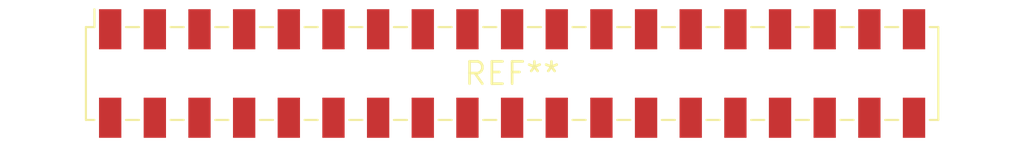
<source format=kicad_pcb>
(kicad_pcb (version 20240108) (generator pcbnew)
  (layers (0 "F.Cu" signal) (31 "B.Cu" signal) (34 "B.Paste" user) (35 "F.Paste" user) (36 "B.SilkS" user "B.Silkscreen") (37 "F.SilkS" user "F.Silkscreen") (38 "B.Mask" user) (39 "F.Mask" user) (44 "Edge.Cuts" user))
  (net 0 "")
  (footprint "Samtec_HLE-119-02-xxx-DV-A_2x19_P2.54mm_Horizontal" (layer "F.Cu") (at 0 0)
    (property "Reference" "REF**")
    (property "Value" "Samtec_HLE-119-02-xxx-DV-A_2x19_P2.54mm_Horizontal")
    (fp_line (start -24.24 -2.65) (end -24.24 2.65) (layer "F.SilkS") (stroke (width 0.12)))
    (fp_line (start -24.24 2.65) (end -23.755 2.65) (layer "F.SilkS") (stroke (width 0.12)))
    (fp_line (start -23.755 -3.67) (end -23.755 -2.65) (layer "F.SilkS") (stroke (width 0.12)))
    (fp_line (start -23.755 -2.65) (end -24.24 -2.65) (layer "F.SilkS") (stroke (width 0.12)))
    (fp_line (start -21.965 -2.65) (end -21.215 -2.65) (layer "F.SilkS") (stroke (width 0.12)))
    (fp_line (start -21.965 2.65) (end -21.215 2.65) (layer "F.SilkS") (stroke (width 0.12)))
    (fp_line (start -19.425 -2.65) (end -18.675 -2.65) (layer "F.SilkS") (stroke (width 0.12)))
    (fp_line (start -19.425 2.65) (end -18.675 2.65) (layer "F.SilkS") (stroke (width 0.12)))
    (fp_line (start -16.885 -2.65) (end -16.135 -2.65) (layer "F.SilkS") (stroke (width 0.12)))
    (fp_line (start -16.885 2.65) (end -16.135 2.65) (layer "F.SilkS") (stroke (width 0.12)))
    (fp_line (start -14.345 -2.65) (end -13.595 -2.65) (layer "F.SilkS") (stroke (width 0.12)))
    (fp_line (start -14.345 2.65) (end -13.595 2.65) (layer "F.SilkS") (stroke (width 0.12)))
    (fp_line (start -11.805 -2.65) (end -11.055 -2.65) (layer "F.SilkS") (stroke (width 0.12)))
    (fp_line (start -11.805 2.65) (end -11.055 2.65) (layer "F.SilkS") (stroke (width 0.12)))
    (fp_line (start -9.265 -2.65) (end -8.515 -2.65) (layer "F.SilkS") (stroke (width 0.12)))
    (fp_line (start -9.265 2.65) (end -8.515 2.65) (layer "F.SilkS") (stroke (width 0.12)))
    (fp_line (start -6.725 -2.65) (end -5.975 -2.65) (layer "F.SilkS") (stroke (width 0.12)))
    (fp_line (start -6.725 2.65) (end -5.975 2.65) (layer "F.SilkS") (stroke (width 0.12)))
    (fp_line (start -4.185 -2.65) (end -3.435 -2.65) (layer "F.SilkS") (stroke (width 0.12)))
    (fp_line (start -4.185 2.65) (end -3.435 2.65) (layer "F.SilkS") (stroke (width 0.12)))
    (fp_line (start -1.645 -2.65) (end -0.895 -2.65) (layer "F.SilkS") (stroke (width 0.12)))
    (fp_line (start -1.645 2.65) (end -0.895 2.65) (layer "F.SilkS") (stroke (width 0.12)))
    (fp_line (start 0.895 -2.65) (end 1.645 -2.65) (layer "F.SilkS") (stroke (width 0.12)))
    (fp_line (start 0.895 2.65) (end 1.645 2.65) (layer "F.SilkS") (stroke (width 0.12)))
    (fp_line (start 3.435 -2.65) (end 4.185 -2.65) (layer "F.SilkS") (stroke (width 0.12)))
    (fp_line (start 3.435 2.65) (end 4.185 2.65) (layer "F.SilkS") (stroke (width 0.12)))
    (fp_line (start 5.975 -2.65) (end 6.725 -2.65) (layer "F.SilkS") (stroke (width 0.12)))
    (fp_line (start 5.975 2.65) (end 6.725 2.65) (layer "F.SilkS") (stroke (width 0.12)))
    (fp_line (start 8.515 -2.65) (end 9.265 -2.65) (layer "F.SilkS") (stroke (width 0.12)))
    (fp_line (start 8.515 2.65) (end 9.265 2.65) (layer "F.SilkS") (stroke (width 0.12)))
    (fp_line (start 11.055 -2.65) (end 11.805 -2.65) (layer "F.SilkS") (stroke (width 0.12)))
    (fp_line (start 11.055 2.65) (end 11.805 2.65) (layer "F.SilkS") (stroke (width 0.12)))
    (fp_line (start 13.595 -2.65) (end 14.345 -2.65) (layer "F.SilkS") (stroke (width 0.12)))
    (fp_line (start 13.595 2.65) (end 14.345 2.65) (layer "F.SilkS") (stroke (width 0.12)))
    (fp_line (start 16.135 -2.65) (end 16.885 -2.65) (layer "F.SilkS") (stroke (width 0.12)))
    (fp_line (start 16.135 2.65) (end 16.885 2.65) (layer "F.SilkS") (stroke (width 0.12)))
    (fp_line (start 18.675 -2.65) (end 19.425 -2.65) (layer "F.SilkS") (stroke (width 0.12)))
    (fp_line (start 18.675 2.65) (end 19.425 2.65) (layer "F.SilkS") (stroke (width 0.12)))
    (fp_line (start 21.215 -2.65) (end 21.965 -2.65) (layer "F.SilkS") (stroke (width 0.12)))
    (fp_line (start 21.215 2.65) (end 21.965 2.65) (layer "F.SilkS") (stroke (width 0.12)))
    (fp_line (start 23.755 -2.65) (end 24.24 -2.65) (layer "F.SilkS") (stroke (width 0.12)))
    (fp_line (start 24.24 -2.65) (end 24.24 2.65) (layer "F.SilkS") (stroke (width 0.12)))
    (fp_line (start 24.24 2.65) (end 23.755 2.65) (layer "F.SilkS") (stroke (width 0.12)))
    (pad "" np_thru_hole circle (at -21.59 0) (size 1.78 1.78) (drill 1.78) (layers *.Cu *.Mask))
    (pad "" np_thru_hole circle (at 21.59 0) (size 1.78 1.78) (drill 1.78) (layers *.Cu *.Mask))
    (pad "1" smd rect (at -22.86 -2.525) (size 1.27 2.29) (layers "F.Cu" "F.Paste" "F.Mask"))
    (pad "2" smd rect (at -22.86 2.525) (size 1.27 2.29) (layers "F.Cu" "F.Paste" "F.Mask"))
    (pad "3" smd rect (at -20.32 -2.525) (size 1.27 2.29) (layers "F.Cu" "F.Paste" "F.Mask"))
    (pad "4" smd rect (at -20.32 2.525) (size 1.27 2.29) (layers "F.Cu" "F.Paste" "F.Mask"))
    (pad "5" smd rect (at -17.78 -2.525) (size 1.27 2.29) (layers "F.Cu" "F.Paste" "F.Mask"))
    (pad "6" smd rect (at -17.78 2.525) (size 1.27 2.29) (layers "F.Cu" "F.Paste" "F.Mask"))
    (pad "7" smd rect (at -15.24 -2.525) (size 1.27 2.29) (layers "F.Cu" "F.Paste" "F.Mask"))
    (pad "8" smd rect (at -15.24 2.525) (size 1.27 2.29) (layers "F.Cu" "F.Paste" "F.Mask"))
    (pad "9" smd rect (at -12.7 -2.525) (size 1.27 2.29) (layers "F.Cu" "F.Paste" "F.Mask"))
    (pad "10" smd rect (at -12.7 2.525) (size 1.27 2.29) (layers "F.Cu" "F.Paste" "F.Mask"))
    (pad "11" smd rect (at -10.16 -2.525) (size 1.27 2.29) (layers "F.Cu" "F.Paste" "F.Mask"))
    (pad "12" smd rect (at -10.16 2.525) (size 1.27 2.29) (layers "F.Cu" "F.Paste" "F.Mask"))
    (pad "13" smd rect (at -7.62 -2.525) (size 1.27 2.29) (layers "F.Cu" "F.Paste" "F.Mask"))
    (pad "14" smd rect (at -7.62 2.525) (size 1.27 2.29) (layers "F.Cu" "F.Paste" "F.Mask"))
    (pad "15" smd rect (at -5.08 -2.525) (size 1.27 2.29) (layers "F.Cu" "F.Paste" "F.Mask"))
    (pad "16" smd rect (at -5.08 2.525) (size 1.27 2.29) (layers "F.Cu" "F.Paste" "F.Mask"))
    (pad "17" smd rect (at -2.54 -2.525) (size 1.27 2.29) (layers "F.Cu" "F.Paste" "F.Mask"))
    (pad "18" smd rect (at -2.54 2.525) (size 1.27 2.29) (layers "F.Cu" "F.Paste" "F.Mask"))
    (pad "19" smd rect (at 0 -2.525) (size 1.27 2.29) (layers "F.Cu" "F.Paste" "F.Mask"))
    (pad "20" smd rect (at 0 2.525) (size 1.27 2.29) (layers "F.Cu" "F.Paste" "F.Mask"))
    (pad "21" smd rect (at 2.54 -2.525) (size 1.27 2.29) (layers "F.Cu" "F.Paste" "F.Mask"))
    (pad "22" smd rect (at 2.54 2.525) (size 1.27 2.29) (layers "F.Cu" "F.Paste" "F.Mask"))
    (pad "23" smd rect (at 5.08 -2.525) (size 1.27 2.29) (layers "F.Cu" "F.Paste" "F.Mask"))
    (pad "24" smd rect (at 5.08 2.525) (size 1.27 2.29) (layers "F.Cu" "F.Paste" "F.Mask"))
    (pad "25" smd rect (at 7.62 -2.525) (size 1.27 2.29) (layers "F.Cu" "F.Paste" "F.Mask"))
    (pad "26" smd rect (at 7.62 2.525) (size 1.27 2.29) (layers "F.Cu" "F.Paste" "F.Mask"))
    (pad "27" smd rect (at 10.16 -2.525) (size 1.27 2.29) (layers "F.Cu" "F.Paste" "F.Mask"))
    (pad "28" smd rect (at 10.16 2.525) (size 1.27 2.29) (layers "F.Cu" "F.Paste" "F.Mask"))
    (pad "29" smd rect (at 12.7 -2.525) (size 1.27 2.29) (layers "F.Cu" "F.Paste" "F.Mask"))
    (pad "30" smd rect (at 12.7 2.525) (size 1.27 2.29) (layers "F.Cu" "F.Paste" "F.Mask"))
    (pad "31" smd rect (at 15.24 -2.525) (size 1.27 2.29) (layers "F.Cu" "F.Paste" "F.Mask"))
    (pad "32" smd rect (at 15.24 2.525) (size 1.27 2.29) (layers "F.Cu" "F.Paste" "F.Mask"))
    (pad "33" smd rect (at 17.78 -2.525) (size 1.27 2.29) (layers "F.Cu" "F.Paste" "F.Mask"))
    (pad "34" smd rect (at 17.78 2.525) (size 1.27 2.29) (layers "F.Cu" "F.Paste" "F.Mask"))
    (pad "35" smd rect (at 20.32 -2.525) (size 1.27 2.29) (layers "F.Cu" "F.Paste" "F.Mask"))
    (pad "36" smd rect (at 20.32 2.525) (size 1.27 2.29) (layers "F.Cu" "F.Paste" "F.Mask"))
    (pad "37" smd rect (at 22.86 -2.525) (size 1.27 2.29) (layers "F.Cu" "F.Paste" "F.Mask"))
    (pad "38" smd rect (at 22.86 2.525) (size 1.27 2.29) (layers "F.Cu" "F.Paste" "F.Mask"))
  )
)
</source>
